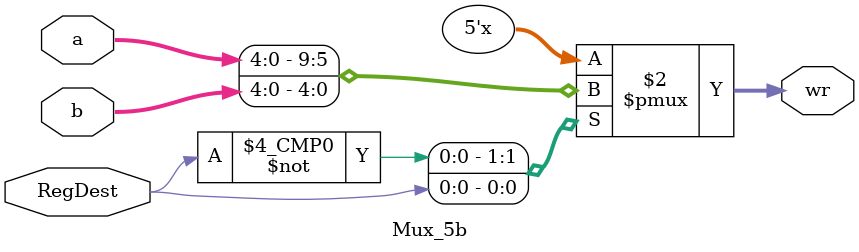
<source format=v>
`timescale 1ns / 1ps


module Mux_5b(
        input  RegDest,
        input  [4:0] a,b,
        output reg [4:0] wr
    );

    always@*
    begin
        case(RegDest)
            1'b0: wr = a;
            1'b1: wr = b;
        endcase
    end

endmodule

</source>
